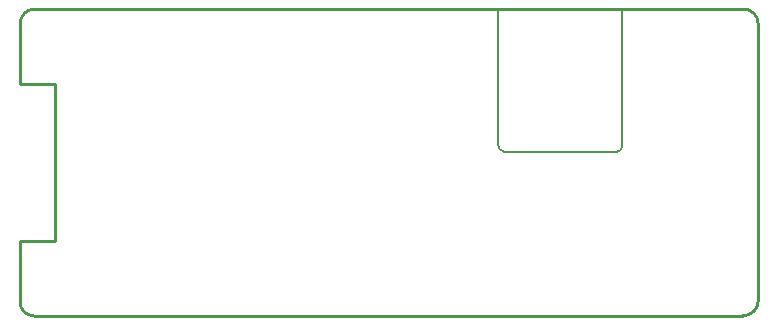
<source format=gko>
G04*
G04 #@! TF.GenerationSoftware,Altium Limited,Altium Designer,18.1.4 (159)*
G04*
G04 Layer_Color=16711935*
%FSLAX25Y25*%
%MOIN*%
G70*
G01*
G75*
%ADD17C,0.00600*%
%ADD21C,0.01000*%
D17*
X189200Y47900D02*
G03*
X190800Y49500I0J1600D01*
G01*
X149500Y50000D02*
G03*
X151600Y47900I2100J0D01*
G01*
X190800Y49500D02*
Y95426D01*
X151600Y47900D02*
X189200D01*
X149500Y50000D02*
Y95426D01*
D21*
X-4843D02*
G03*
X-9843Y90426I0J-5000D01*
G01*
X236221D02*
G03*
X231221Y95426I-5000J0D01*
G01*
Y-6847D02*
G03*
X236221Y-1846I0J5000D01*
G01*
X-9811Y-2339D02*
G03*
X-5303Y-6847I4507J0D01*
G01*
X-9843Y70400D02*
X0D01*
X-9843D02*
Y90426D01*
X-4843Y95426D02*
X231221D01*
X236221Y-1846D02*
Y90426D01*
X-5303Y-6847D02*
X231221D01*
X-9811Y-2339D02*
Y18032D01*
X32D01*
X1932D01*
X1969Y18068D02*
Y70400D01*
X0D02*
X1969D01*
X236221Y0D02*
Y88583D01*
M02*

</source>
